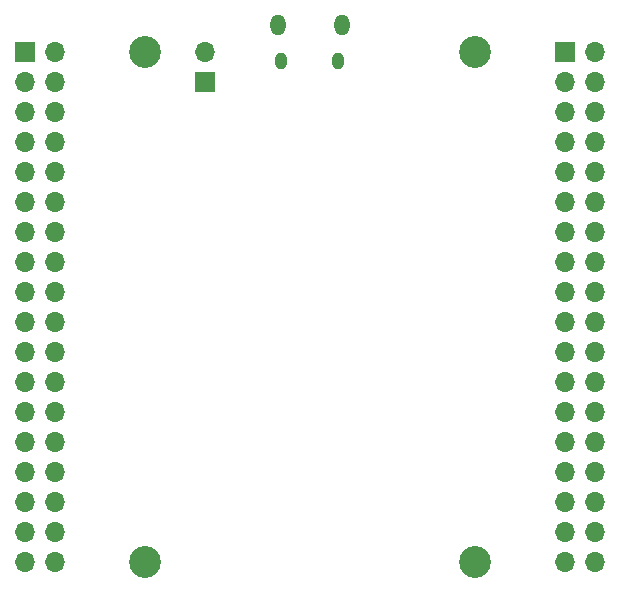
<source format=gbs>
%TF.GenerationSoftware,KiCad,Pcbnew,6.0.11-2627ca5db0~126~ubuntu22.04.1*%
%TF.CreationDate,2024-01-20T13:06:16+00:00*%
%TF.ProjectId,RP2040_minimal,52503230-3430-45f6-9d69-6e696d616c2e,REV1*%
%TF.SameCoordinates,Original*%
%TF.FileFunction,Soldermask,Bot*%
%TF.FilePolarity,Negative*%
%FSLAX46Y46*%
G04 Gerber Fmt 4.6, Leading zero omitted, Abs format (unit mm)*
G04 Created by KiCad (PCBNEW 6.0.11-2627ca5db0~126~ubuntu22.04.1) date 2024-01-20 13:06:16*
%MOMM*%
%LPD*%
G01*
G04 APERTURE LIST*
%ADD10O,1.050000X1.450000*%
%ADD11O,1.300000X1.800000*%
%ADD12C,2.700000*%
%ADD13O,1.700000X1.700000*%
%ADD14R,1.700000X1.700000*%
G04 APERTURE END LIST*
D10*
X97575000Y-74730000D03*
X102425000Y-74730000D03*
D11*
X102725000Y-71700000D03*
X97275000Y-71700000D03*
D12*
X86030000Y-117180000D03*
X113970000Y-117180000D03*
X113970000Y-74000000D03*
X86030000Y-74000000D03*
D13*
X124130000Y-117180000D03*
X121590000Y-117180000D03*
X124130000Y-114640000D03*
X121590000Y-114640000D03*
X124130000Y-112100000D03*
X121590000Y-112100000D03*
X124130000Y-109560000D03*
X121590000Y-109560000D03*
X124130000Y-107020000D03*
X121590000Y-107020000D03*
X124130000Y-104480000D03*
X121590000Y-104480000D03*
X124130000Y-101940000D03*
X121590000Y-101940000D03*
X124130000Y-99400000D03*
X121590000Y-99400000D03*
X124130000Y-96860000D03*
X121590000Y-96860000D03*
X124130000Y-94320000D03*
X121590000Y-94320000D03*
X124130000Y-91780000D03*
X121590000Y-91780000D03*
X124130000Y-89240000D03*
X121590000Y-89240000D03*
X124130000Y-86700000D03*
X121590000Y-86700000D03*
X124130000Y-84160000D03*
X121590000Y-84160000D03*
X124130000Y-81620000D03*
X121590000Y-81620000D03*
X124130000Y-79080000D03*
X121590000Y-79080000D03*
X124130000Y-76540000D03*
X121590000Y-76540000D03*
X124130000Y-74000000D03*
D14*
X121590000Y-74000000D03*
D13*
X78410000Y-117180000D03*
X75870000Y-117180000D03*
X78410000Y-114640000D03*
X75870000Y-114640000D03*
X78410000Y-112100000D03*
X75870000Y-112100000D03*
X78410000Y-109560000D03*
X75870000Y-109560000D03*
X78410000Y-107020000D03*
X75870000Y-107020000D03*
X78410000Y-104480000D03*
X75870000Y-104480000D03*
X78410000Y-101940000D03*
X75870000Y-101940000D03*
X78410000Y-99400000D03*
X75870000Y-99400000D03*
X78410000Y-96860000D03*
X75870000Y-96860000D03*
X78410000Y-94320000D03*
X75870000Y-94320000D03*
X78410000Y-91780000D03*
X75870000Y-91780000D03*
X78410000Y-89240000D03*
X75870000Y-89240000D03*
X78410000Y-86700000D03*
X75870000Y-86700000D03*
X78410000Y-84160000D03*
X75870000Y-84160000D03*
X78410000Y-81620000D03*
X75870000Y-81620000D03*
X78410000Y-79080000D03*
X75870000Y-79080000D03*
X78410000Y-76540000D03*
X75870000Y-76540000D03*
X78410000Y-74000000D03*
D14*
X75870000Y-74000000D03*
D13*
X91110000Y-74000000D03*
D14*
X91110000Y-76540000D03*
M02*

</source>
